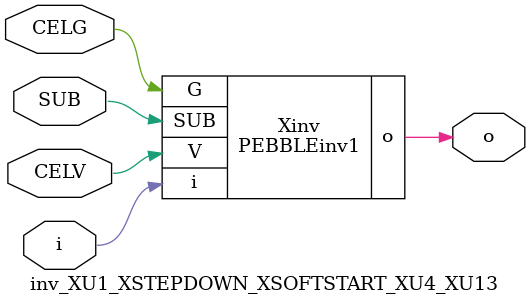
<source format=v>



module PEBBLEinv1 ( o, G, SUB, V, i );

  input V;
  input i;
  input G;
  output o;
  input SUB;
endmodule

//Celera Confidential Do Not Copy inv_XU1_XSTEPDOWN_XSOFTSTART_XU4_XU13
//Celera Confidential Symbol Generator
//5V Inverter
module inv_XU1_XSTEPDOWN_XSOFTSTART_XU4_XU13 (CELV,CELG,i,o,SUB);
input CELV;
input CELG;
input i;
input SUB;
output o;

//Celera Confidential Do Not Copy inv
PEBBLEinv1 Xinv(
.V (CELV),
.i (i),
.o (o),
.SUB (SUB),
.G (CELG)
);
//,diesize,PEBBLEinv1

//Celera Confidential Do Not Copy Module End
//Celera Schematic Generator
endmodule

</source>
